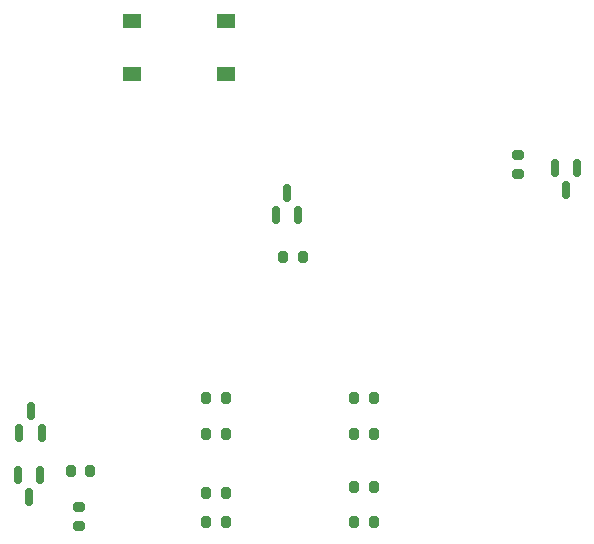
<source format=gbr>
%TF.GenerationSoftware,KiCad,Pcbnew,8.0.1*%
%TF.CreationDate,2024-04-22T14:35:34+03:00*%
%TF.ProjectId,Zar Electronic,5a617220-456c-4656-9374-726f6e69632e,rev?*%
%TF.SameCoordinates,Original*%
%TF.FileFunction,Paste,Top*%
%TF.FilePolarity,Positive*%
%FSLAX46Y46*%
G04 Gerber Fmt 4.6, Leading zero omitted, Abs format (unit mm)*
G04 Created by KiCad (PCBNEW 8.0.1) date 2024-04-22 14:35:34*
%MOMM*%
%LPD*%
G01*
G04 APERTURE LIST*
G04 Aperture macros list*
%AMRoundRect*
0 Rectangle with rounded corners*
0 $1 Rounding radius*
0 $2 $3 $4 $5 $6 $7 $8 $9 X,Y pos of 4 corners*
0 Add a 4 corners polygon primitive as box body*
4,1,4,$2,$3,$4,$5,$6,$7,$8,$9,$2,$3,0*
0 Add four circle primitives for the rounded corners*
1,1,$1+$1,$2,$3*
1,1,$1+$1,$4,$5*
1,1,$1+$1,$6,$7*
1,1,$1+$1,$8,$9*
0 Add four rect primitives between the rounded corners*
20,1,$1+$1,$2,$3,$4,$5,0*
20,1,$1+$1,$4,$5,$6,$7,0*
20,1,$1+$1,$6,$7,$8,$9,0*
20,1,$1+$1,$8,$9,$2,$3,0*%
G04 Aperture macros list end*
%ADD10RoundRect,0.200000X-0.200000X-0.275000X0.200000X-0.275000X0.200000X0.275000X-0.200000X0.275000X0*%
%ADD11RoundRect,0.150000X-0.150000X0.587500X-0.150000X-0.587500X0.150000X-0.587500X0.150000X0.587500X0*%
%ADD12RoundRect,0.200000X0.200000X0.275000X-0.200000X0.275000X-0.200000X-0.275000X0.200000X-0.275000X0*%
%ADD13R,1.550000X1.300000*%
%ADD14RoundRect,0.200000X0.275000X-0.200000X0.275000X0.200000X-0.275000X0.200000X-0.275000X-0.200000X0*%
%ADD15RoundRect,0.150000X0.150000X-0.587500X0.150000X0.587500X-0.150000X0.587500X-0.150000X-0.587500X0*%
G04 APERTURE END LIST*
D10*
%TO.C,R4*%
X121175000Y-82500000D03*
X122825000Y-82500000D03*
%TD*%
D11*
%TO.C,Q7*%
X107100000Y-86000000D03*
X105200000Y-86000000D03*
X106150000Y-87875000D03*
%TD*%
D12*
%TO.C,R1*%
X135325000Y-87000000D03*
X133675000Y-87000000D03*
%TD*%
%TO.C,R7*%
X135325000Y-79500000D03*
X133675000Y-79500000D03*
%TD*%
D13*
%TO.C,SW1*%
X114897000Y-47534000D03*
X122847000Y-47534000D03*
X114897000Y-52034000D03*
X122847000Y-52034000D03*
%TD*%
D11*
%TO.C,Q8*%
X152550000Y-59962500D03*
X150650000Y-59962500D03*
X151600000Y-61837500D03*
%TD*%
D10*
%TO.C,R8*%
X121175000Y-90000000D03*
X122825000Y-90000000D03*
%TD*%
%TO.C,R5*%
X121175000Y-79500000D03*
X122825000Y-79500000D03*
%TD*%
D14*
%TO.C,R14*%
X110400000Y-90325000D03*
X110400000Y-88675000D03*
%TD*%
%TO.C,R13*%
X147600000Y-60525000D03*
X147600000Y-58875000D03*
%TD*%
D10*
%TO.C,R12*%
X109675000Y-85600000D03*
X111325000Y-85600000D03*
%TD*%
D12*
%TO.C,R6*%
X135325000Y-82500000D03*
X133675000Y-82500000D03*
%TD*%
D15*
%TO.C,Q1*%
X127050000Y-63937500D03*
X128950000Y-63937500D03*
X128000000Y-62062500D03*
%TD*%
%TO.C,Q9*%
X105350000Y-82437500D03*
X107250000Y-82437500D03*
X106300000Y-80562500D03*
%TD*%
D12*
%TO.C,R2*%
X135325000Y-90000000D03*
X133675000Y-90000000D03*
%TD*%
%TO.C,R9*%
X129325000Y-67500000D03*
X127675000Y-67500000D03*
%TD*%
D10*
%TO.C,R3*%
X121175000Y-87500000D03*
X122825000Y-87500000D03*
%TD*%
M02*

</source>
